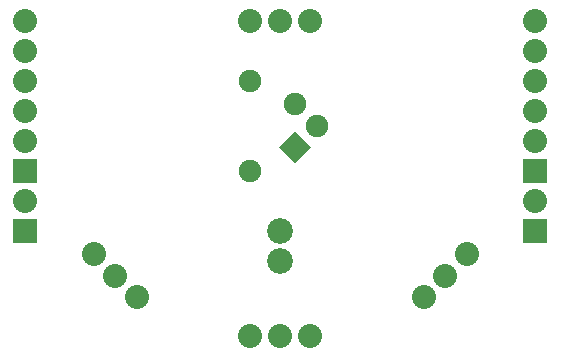
<source format=gts>
G04 (created by PCBNEW (2011-nov-30)-testing) date Wed 12 Sep 2012 12:51:24 AM CST*
%MOIN*%
G04 Gerber Fmt 3.4, Leading zero omitted, Abs format*
%FSLAX34Y34*%
G01*
G70*
G90*
G04 APERTURE LIST*
%ADD10C,0.006*%
%ADD11C,0.08*%
%ADD12C,0.075*%
%ADD13R,0.08X0.08*%
%ADD14C,0.086*%
G04 APERTURE END LIST*
G54D10*
G54D11*
X27500Y-28000D03*
X28500Y-28000D03*
X29500Y-28000D03*
X29500Y-17500D03*
X28500Y-17500D03*
X27500Y-17500D03*
X22293Y-25293D03*
X23000Y-26000D03*
X23707Y-26707D03*
X33293Y-26707D03*
X34000Y-26000D03*
X34707Y-25293D03*
G54D10*
G36*
X29000Y-21177D02*
X29530Y-21707D01*
X29000Y-22237D01*
X28470Y-21707D01*
X29000Y-21177D01*
X29000Y-21177D01*
G37*
G54D12*
X29707Y-21000D03*
X29000Y-20293D03*
X27500Y-22500D03*
X27500Y-19500D03*
G54D13*
X20000Y-24500D03*
G54D11*
X20000Y-23500D03*
G54D13*
X37000Y-24500D03*
G54D11*
X37000Y-23500D03*
G54D13*
X20000Y-22500D03*
G54D11*
X20000Y-21500D03*
X20000Y-20500D03*
X20000Y-19500D03*
X20000Y-18500D03*
X20000Y-17500D03*
G54D13*
X37000Y-22500D03*
G54D11*
X37000Y-21500D03*
X37000Y-20500D03*
X37000Y-19500D03*
X37000Y-18500D03*
X37000Y-17500D03*
G54D14*
X28500Y-25500D03*
X28500Y-24500D03*
M02*

</source>
